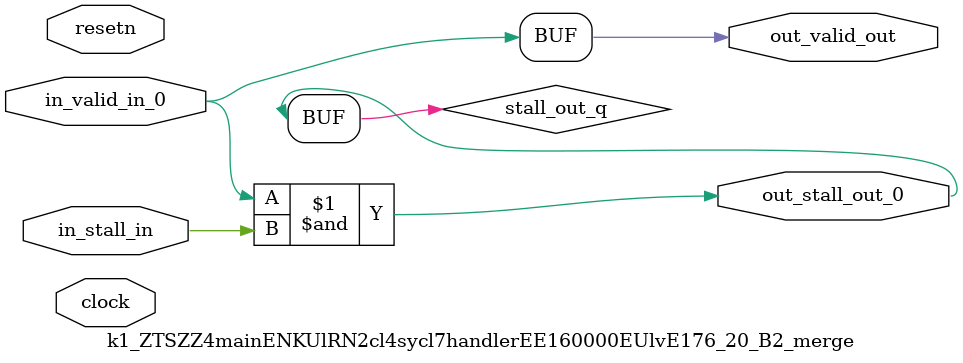
<source format=sv>



(* altera_attribute = "-name AUTO_SHIFT_REGISTER_RECOGNITION OFF; -name MESSAGE_DISABLE 10036; -name MESSAGE_DISABLE 10037; -name MESSAGE_DISABLE 14130; -name MESSAGE_DISABLE 14320; -name MESSAGE_DISABLE 15400; -name MESSAGE_DISABLE 14130; -name MESSAGE_DISABLE 10036; -name MESSAGE_DISABLE 12020; -name MESSAGE_DISABLE 12030; -name MESSAGE_DISABLE 12010; -name MESSAGE_DISABLE 12110; -name MESSAGE_DISABLE 14320; -name MESSAGE_DISABLE 13410; -name MESSAGE_DISABLE 113007; -name MESSAGE_DISABLE 10958" *)
module k1_ZTSZZ4mainENKUlRN2cl4sycl7handlerEE160000EUlvE176_20_B2_merge (
    input wire [0:0] in_stall_in,
    input wire [0:0] in_valid_in_0,
    output wire [0:0] out_stall_out_0,
    output wire [0:0] out_valid_out,
    input wire clock,
    input wire resetn
    );

    wire [0:0] stall_out_q;


    // stall_out(LOGICAL,6)
    assign stall_out_q = in_valid_in_0 & in_stall_in;

    // out_stall_out_0(GPOUT,4)
    assign out_stall_out_0 = stall_out_q;

    // out_valid_out(GPOUT,5)
    assign out_valid_out = in_valid_in_0;

endmodule

</source>
